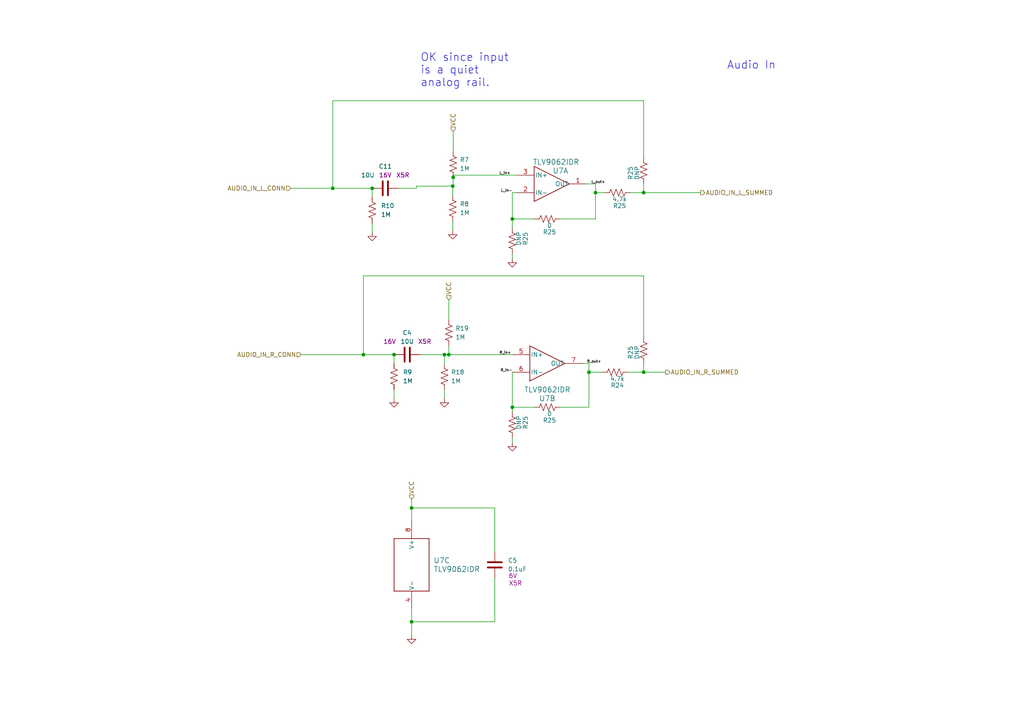
<source format=kicad_sch>
(kicad_sch (version 20230121) (generator eeschema)
  (paper "A4")
  (lib_symbols
    (symbol "2023-10-05_02-35-21:TLV9062IDR" (pin_names (offset 0.254))
      (property "Reference" "U" (at 0 2.54 0))
      (property "Value" "TLV9062IDR" (at 0 0 0))
      (symbol "TLV9062IDR_1_1"
        (polyline (pts (xy -5.08 -5.08) (xy 5.08 0)) (stroke (width 0.2032)))
        (polyline (pts (xy -5.08 5.08) (xy -5.08 -5.08)) (stroke (width 0.2032)))
        (polyline (pts (xy -5.08 5.08) (xy 5.08 0)) (stroke (width 0.2032)))
        (pin output line (at 10.16 0 180) (length 5.08) (name "OUT") (number "1"))
        (pin input line (at -10.16 2.54 0) (length 5.08) (name "IN-") (number "2"))
        (pin input line (at -10.16 -2.54 0) (length 5.08) (name "IN+") (number "3"))
      )
      (symbol "TLV9062IDR_2_1"
        (polyline (pts (xy -5.08 -5.08) (xy 5.08 0)) (stroke (width 0.2032)))
        (polyline (pts (xy -5.08 5.08) (xy -5.08 -5.08)) (stroke (width 0.2032)))
        (polyline (pts (xy -5.08 5.08) (xy 5.08 0)) (stroke (width 0.2032)))
        (polyline (pts (xy -4.064 -2.54) (xy -2.54 -2.54)) (stroke (width 0.2032)))
        (polyline (pts (xy -4.064 2.54) (xy -2.54 2.54)) (stroke (width 0.2032)))
        (polyline (pts (xy -3.302 -1.778) (xy -3.302 -3.302)) (stroke (width 0.2032)))
        (pin input line (at -10.16 -2.54 0) (length 5.08) (name "IN+") (number "5"))
        (pin input line (at -10.16 2.54 0) (length 5.08) (name "IN-") (number "6"))
        (pin output line (at 10.16 0 180) (length 5.08) (name "OUT") (number "7"))
      )
      (symbol "TLV9062IDR_3_1"
        (polyline (pts (xy -7.62 -5.08) (xy 7.62 -5.08)) (stroke (width 0.2032)))
        (polyline (pts (xy -7.62 5.08) (xy -7.62 -5.08)) (stroke (width 0.2032)))
        (polyline (pts (xy 7.62 -5.08) (xy 7.62 5.08)) (stroke (width 0.2032)))
        (polyline (pts (xy 7.62 5.08) (xy -7.62 5.08)) (stroke (width 0.2032)))
        (pin power_in line (at 12.7 0 180) (length 5.08) (name "V-") (number "4"))
        (pin power_in line (at -12.7 0 0) (length 5.08) (name "V+") (number "8"))
      )
    )
    (symbol "Device:C" (pin_numbers hide) (pin_names (offset 0.254))
      (property "Reference" "C" (at 0.635 2.54 0))
      (property "Value" "C" (at 0.635 -2.54 0))
      (symbol "C_0_1"
        (polyline (pts (xy -2.032 -0.762) (xy 2.032 -0.762)) (stroke (width 0.508)))
        (polyline (pts (xy -2.032 0.762) (xy 2.032 0.762)) (stroke (width 0.508)))
      )
      (symbol "C_1_1"
        (pin passive line (at 0 3.81 270) (length 2.794) (name "~") (number "1"))
        (pin passive line (at 0 -3.81 90) (length 2.794) (name "~") (number "2"))
      )
    )
    (symbol "Device:R_US" (pin_numbers hide) (pin_names (offset 0))
      (property "Reference" "R" (at 2.54 0 90))
      (property "Value" "R_US" (at -2.54 0 90))
      (symbol "R_US_0_1"
        (polyline (pts (xy 0 -2.286) (xy 0 -2.54)))
        (polyline (pts (xy 0 2.286) (xy 0 2.54)))
        (polyline (pts (xy 0 -0.762) (xy 1.016 -1.143) (xy 0 -1.524) (xy -1.016 -1.905) (xy 0 -2.286)))
        (polyline (pts (xy 0 0.762) (xy 1.016 0.381) (xy 0 0) (xy -1.016 -0.381) (xy 0 -0.762)))
        (polyline (pts (xy 0 2.286) (xy 1.016 1.905) (xy 0 1.524) (xy -1.016 1.143) (xy 0 0.762)))
      )
      (symbol "R_US_1_1"
        (pin passive line (at 0 3.81 270) (length 1.27) (name "~") (number "1"))
        (pin passive line (at 0 -3.81 90) (length 1.27) (name "~") (number "2"))
      )
    )
    (symbol "TLV9062IDR_1" (pin_names (offset 0.254))
      (property "Reference" "U" (at 0 2.54 0))
      (property "Value" "TLV9062IDR" (at 0 0 0))
      (symbol "TLV9062IDR_1_1_1"
        (polyline (pts (xy -5.08 -5.08) (xy 5.08 0)) (stroke (width 0.2032)))
        (polyline (pts (xy -5.08 5.08) (xy -5.08 -5.08)) (stroke (width 0.2032)))
        (polyline (pts (xy -5.08 5.08) (xy 5.08 0)) (stroke (width 0.2032)))
        (pin output line (at 10.16 0 180) (length 5.08) (name "OUT") (number "1"))
        (pin input line (at -10.16 2.54 0) (length 5.08) (name "IN-") (number "2"))
        (pin input line (at -10.16 -2.54 0) (length 5.08) (name "IN+") (number "3"))
      )
      (symbol "TLV9062IDR_1_2_1"
        (polyline (pts (xy -5.08 -5.08) (xy 5.08 0)) (stroke (width 0.2032)))
        (polyline (pts (xy -5.08 5.08) (xy -5.08 -5.08)) (stroke (width 0.2032)))
        (polyline (pts (xy -5.08 5.08) (xy 5.08 0)) (stroke (width 0.2032)))
        (pin input line (at -10.16 -2.54 0) (length 5.08) (name "IN+") (number "5"))
        (pin input line (at -10.16 2.54 0) (length 5.08) (name "IN-") (number "6"))
        (pin output line (at 10.16 0 180) (length 5.08) (name "OUT") (number "7"))
      )
      (symbol "TLV9062IDR_1_3_1"
        (polyline (pts (xy -7.62 -5.08) (xy 7.62 -5.08)) (stroke (width 0.2032)))
        (polyline (pts (xy -7.62 5.08) (xy -7.62 -5.08)) (stroke (width 0.2032)))
        (polyline (pts (xy 7.62 -5.08) (xy 7.62 5.08)) (stroke (width 0.2032)))
        (polyline (pts (xy 7.62 5.08) (xy -7.62 5.08)) (stroke (width 0.2032)))
        (pin power_in line (at 12.7 0 180) (length 5.08) (name "V-") (number "4"))
        (pin power_in line (at -12.7 0 0) (length 5.08) (name "V+") (number "8"))
      )
    )
    (symbol "power:GND" (power) (pin_names (offset 0))
      (property "Value" "GND" (at 0 -3.81 0))
      (symbol "GND_0_1"
        (polyline (pts (xy 0 0) (xy 0 -1.27) (xy 1.27 -1.27) (xy 0 -2.54) (xy -1.27 -1.27) (xy 0 -1.27)))
      )
      (symbol "GND_1_1"
        (pin power_in line (at 0 0 270) (length 0) hide (name "GND") (number "1"))
      )
    )
  )
  (junction (at 119.38 180.34))
  (junction (at 170.815 107.95))
  (junction (at 105.41 102.87))
  (junction (at 131.318 53.975))
  (junction (at 186.69 55.88))
  (junction (at 130.175 102.87))
  (junction (at 114.3 102.87))
  (junction (at 172.72 55.88))
  (junction (at 128.905 102.87))
  (junction (at 107.95 54.61))
  (junction (at 96.52 54.61))
  (junction (at 131.445 51.435))
  (junction (at 186.69 107.95))
  (junction (at 119.38 147.32))
  (junction (at 148.59 118.11))
  (junction (at 148.59 63.5))
  (wire (pts (xy 148.59 55.88) (xy 148.59 63.5)))
  (wire (pts (xy 120.777 53.975) (xy 131.318 53.975)))
  (wire (pts (xy 172.72 55.88) (xy 172.72 63.5)))
  (wire (pts (xy 148.59 55.88) (xy 149.86 55.88)))
  (wire (pts (xy 182.88 55.88) (xy 186.69 55.88)))
  (wire (pts (xy 170.815 107.95) (xy 174.625 107.95)))
  (wire (pts (xy 148.59 74.93) (xy 148.59 73.66)))
  (wire (pts (xy 131.318 53.975) (xy 131.318 56.642)))
  (wire (pts (xy 120.777 54.61) (xy 120.777 53.975)))
  (wire (pts (xy 96.52 29.21) (xy 96.52 54.61)))
  (wire (pts (xy 131.445 50.8) (xy 131.445 51.435)))
  (wire (pts (xy 128.905 102.87) (xy 130.175 102.87)))
  (wire (pts (xy 114.3 115.57) (xy 114.3 113.03)))
  (wire (pts (xy 148.59 118.11) (xy 154.94 118.11)))
  (wire (pts (xy 154.94 63.5) (xy 148.59 63.5)))
  (wire (pts (xy 148.59 118.11) (xy 148.59 107.95)))
  (wire (pts (xy 182.245 107.95) (xy 186.69 107.95)))
  (wire (pts (xy 131.445 50.8) (xy 149.86 50.8)))
  (wire (pts (xy 170.815 107.95) (xy 170.815 118.11)))
  (wire (pts (xy 186.69 80.01) (xy 105.41 80.01)))
  (wire (pts (xy 119.38 180.34) (xy 143.51 180.34)))
  (wire (pts (xy 119.38 180.34) (xy 119.38 176.53)))
  (wire (pts (xy 131.445 38.1) (xy 131.445 43.815)))
  (wire (pts (xy 170.815 118.11) (xy 162.56 118.11)))
  (wire (pts (xy 172.72 55.88) (xy 175.26 55.88)))
  (wire (pts (xy 186.69 97.79) (xy 186.69 80.01)))
  (wire (pts (xy 115.57 54.61) (xy 120.777 54.61)))
  (wire (pts (xy 148.59 63.5) (xy 148.59 66.04)))
  (wire (pts (xy 143.51 180.34) (xy 143.51 167.64)))
  (wire (pts (xy 128.905 102.87) (xy 128.905 105.41)))
  (wire (pts (xy 130.175 102.87) (xy 148.59 102.87)))
  (wire (pts (xy 172.72 63.5) (xy 162.56 63.5)))
  (wire (pts (xy 96.52 54.61) (xy 107.95 54.61)))
  (wire (pts (xy 148.59 128.27) (xy 148.59 127)))
  (wire (pts (xy 186.69 107.95) (xy 193.04 107.95)))
  (wire (pts (xy 121.92 102.87) (xy 128.905 102.87)))
  (wire (pts (xy 170.815 105.41) (xy 170.815 107.95)))
  (wire (pts (xy 186.69 105.41) (xy 186.69 107.95)))
  (wire (pts (xy 119.38 184.15) (xy 119.38 180.34)))
  (wire (pts (xy 172.72 53.34) (xy 172.72 55.88)))
  (wire (pts (xy 114.3 102.87) (xy 114.3 105.41)))
  (wire (pts (xy 119.38 147.32) (xy 143.51 147.32)))
  (wire (pts (xy 87.376 102.87) (xy 105.41 102.87)))
  (wire (pts (xy 130.175 86.995) (xy 130.175 92.71)))
  (wire (pts (xy 186.69 55.88) (xy 203.2 55.88)))
  (wire (pts (xy 172.72 53.34) (xy 170.18 53.34)))
  (wire (pts (xy 119.38 147.32) (xy 119.38 151.13)))
  (wire (pts (xy 105.41 102.87) (xy 114.3 102.87)))
  (wire (pts (xy 131.318 66.802) (xy 131.318 64.262)))
  (wire (pts (xy 186.69 29.21) (xy 96.52 29.21)))
  (wire (pts (xy 143.51 147.32) (xy 143.51 160.02)))
  (wire (pts (xy 186.69 53.34) (xy 186.69 55.88)))
  (wire (pts (xy 107.95 54.61) (xy 107.95 57.15)))
  (wire (pts (xy 131.445 51.435) (xy 131.445 53.975)))
  (wire (pts (xy 170.815 105.41) (xy 168.91 105.41)))
  (wire (pts (xy 148.59 118.11) (xy 148.59 119.38)))
  (wire (pts (xy 130.175 100.33) (xy 130.175 102.87)))
  (wire (pts (xy 119.38 144.78) (xy 119.38 147.32)))
  (wire (pts (xy 107.95 67.31) (xy 107.95 64.77)))
  (wire (pts (xy 186.69 45.72) (xy 186.69 29.21)))
  (wire (pts (xy 131.318 53.975) (xy 131.445 53.975)))
  (wire (pts (xy 84.328 54.61) (xy 96.52 54.61)))
  (wire (pts (xy 128.905 115.57) (xy 128.905 113.03)))
  (wire (pts (xy 105.41 80.01) (xy 105.41 102.87)))
  (text "Audio In" (at 210.82 20.32 0) (effects (font (size 2.27 2.27)) (justify left bottom)))
  (text "OK since input\nis a quiet\nanalog rail." (at 121.92 25.4 0) (effects (font (size 2.27 2.27)) (justify left bottom)))
  (label "L_out+" (at 171.45 53.34 0) (effects (font (size 0.75 0.75))))
  (label "L_in-" (at 148.59 55.88 180) (effects (font (size 0.75 0.75))))
  (label "R_in-" (at 148.59 107.95 180) (effects (font (size 0.75 0.75))))
  (label "L_in+" (at 144.78 50.8 0) (effects (font (size 0.75 0.75))))
  (label "R_out+" (at 170.18 105.41 0) (effects (font (size 0.75 0.75))))
  (label "R_in+" (at 144.78 102.87 0) (effects (font (size 0.75 0.75))))
  (hierarchical_label "AUDIO_IN_L_SUMMED" (shape output) (at 203.2 55.88 0))
  (hierarchical_label "AUDIO_IN_R_CONN" (shape input) (at 87.376 102.87 180))
  (hierarchical_label "AUDIO_IN_L_CONN" (shape input) (at 84.328 54.61 180))
  (hierarchical_label "VCC" (shape input) (at 130.175 86.995 90))
  (hierarchical_label "VCC" (shape input) (at 131.445 38.1 90))
  (hierarchical_label "AUDIO_IN_R_SUMMED" (shape output) (at 193.04 107.95 0))
  (hierarchical_label "VCC" (shape input) (at 119.38 144.78 90))
  (symbol (lib_id "Device:R_US") (at 107.95 60.96 0) (unit 1)
    (property "Reference" "R10" (at 110.49 59.69 0) (effects (justify left)))
    (property "Value" "1M" (at 110.49 62.23 0) (effects (justify left)))
    (property "Footprint" "Resistor_SMD:R_0603_1608Metric" (effects hide))
    (instances (project "DaisySeedBreakout" (path "" (reference "R10") (unit 1)) (path "" (reference "R21") (unit 1))))
  )
  (symbol (lib_id "Device:C") (at 143.51 163.83 0) (unit 1)
    (property "Reference" "C5" (at 147.32 162.56 0) (effects (justify left)))
    (property "Value" "0.1uF" (at 147.32 165.1 0) (effects (justify left)))
    (property "Footprint" "Capacitor_SMD:C_0603_1608Metric" (effects hide))
    (property "Voltage" "6V" (at 148.7594 166.9868 0))
    (property "Type" "X5R" (at 149.501 169.1479 0))
    (instances (project "DaisySeedBreakout" (path "" (reference "C5") (unit 1)) (path "" (reference "C14") (unit 1))))
  )
  (symbol (lib_id "Device:R_US") (at 178.435 107.95 270) (unit 1)
    (property "Reference" "R24" (at 179.07 111.76 90))
    (property "Value" "4.7k" (at 179.07 109.855 90))
    (property "Footprint" "Resistor_SMD:R_0603_1608Metric" (effects hide))
    (property "Specks" "0402" (effects hide))
    (instances (project "DaisySeedBreakout" (path "" (reference "R24") (unit 1)) (path "" (reference "R32") (unit 1))))
  )
  (symbol (lib_id "Device:R_US") (at 158.75 63.5 270) (unit 1)
    (property "Reference" "R25" (at 159.385 67.31 90))
    (property "Value" "0" (at 159.385 65.405 90))
    (property "Footprint" "Resistor_SMD:R_0603_1608Metric" (effects hide))
    (property "Specks" "0402" (effects hide))
    (instances (project "DaisySeedBreakout" (path "" (reference "R25") (unit 1)) (path "" (reference "R56") (unit 1))))
  )
  (symbol (lib_id "power:GND") (at 119.38 184.15 0) (unit 1)
    (property "Reference" "#PWR012" (effects hide))
    (property "Value" "GND" (effects hide))
    (instances (project "DaisySeedBreakout" (path "" (reference "#PWR012") (unit 1)) (path "" (reference "#PWR028") (unit 1))))
  )
  (symbol (lib_id "Device:R_US") (at 128.905 109.22 0) (unit 1)
    (property "Reference" "R18" (at 130.81 107.95 0) (effects (justify left)))
    (property "Value" "1M" (at 130.81 110.49 0) (effects (justify left)))
    (property "Footprint" "Resistor_SMD:R_0603_1608Metric" (effects hide))
    (instances (project "DaisySeedBreakout" (path "" (reference "R18") (unit 1)) (path "" (reference "R22") (unit 1))))
  )
  (symbol (lib_id "Device:R_US") (at 130.175 96.52 0) (unit 1)
    (property "Reference" "R19" (at 132.08 95.25 0) (effects (justify left)))
    (property "Value" "1M" (at 132.08 97.79 0) (effects (justify left)))
    (property "Footprint" "Resistor_SMD:R_0603_1608Metric" (effects hide))
    (instances (project "DaisySeedBreakout" (path "" (reference "R19") (unit 1)) (path "" (reference "R30") (unit 1))))
  )
  (symbol (lib_id "power:GND") (at 131.318 66.802 0) (unit 1)
    (property "Reference" "#PWR09" (effects hide))
    (property "Value" "GND" (effects hide))
    (instances (project "DaisySeedBreakout" (path "" (reference "#PWR09") (unit 1)) (path "" (reference "#PWR027") (unit 1))))
  )
  (symbol (lib_id "2023-10-05_02-35-21:TLV9062IDR") (at 160.02 53.34 0) (mirror x) (unit 1)
    (property "Reference" "U7" (at 162.56 49.53 0) (effects (font (size 1.524 1.524))))
    (property "Value" "TLV9062IDR" (at 161.29 46.99 0) (effects (font (size 1.524 1.524))))
    (property "Footprint" "D0008A_N" (effects hide))
    (property "Datasheet" "TLV9062IDR" (effects hide))
    (property "MnfNumber" "TLV9062IDR" (effects hide))
  )
  (symbol (lib_id "Device:R_US") (at 114.3 109.22 0) (unit 1)
    (property "Reference" "R9" (at 116.84 107.95 0) (effects (justify left)))
    (property "Value" "1M" (at 116.84 110.49 0) (effects (justify left)))
    (property "Footprint" "Resistor_SMD:R_0603_1608Metric" (effects hide))
    (instances (project "DaisySeedBreakout" (path "" (reference "R9") (unit 1)) (path "" (reference "R5") (unit 1))))
  )
  (symbol (lib_id "Device:R_US") (at 131.445 47.625 0) (unit 1)
    (property "Reference" "R7" (at 133.35 46.355 0) (effects (justify left)))
    (property "Value" "1M" (at 133.35 48.895 0) (effects (justify left)))
    (property "Footprint" "Resistor_SMD:R_0603_1608Metric" (effects hide))
    (instances (project "DaisySeedBreakout" (path "" (reference "R7") (unit 1)) (path "" (reference "R31") (unit 1))))
  )
  (symbol (lib_id "power:GND") (at 107.95 67.31 0) (unit 1)
    (property "Reference" "#PWR08" (effects hide))
    (property "Value" "GND" (effects hide))
    (instances (project "DaisySeedBreakout" (path "" (reference "#PWR08") (unit 1)) (path "" (reference "#PWR025") (unit 1))))
  )
  (symbol (lib_id "Device:R_US") (at 186.69 49.53 180) (unit 1)
    (property "Reference" "R25" (at 182.88 50.165 90))
    (property "Value" "DNP" (at 184.785 50.165 90))
    (property "Footprint" "Resistor_SMD:R_0603_1608Metric" (effects hide))
    (property "Specks" "0402" (effects hide))
    (instances (project "DaisySeedBreakout" (path "" (reference "R25") (unit 1)) (path "" (reference "R26") (unit 1))))
  )
  (symbol (lib_id "Device:C") (at 111.76 54.61 90) (unit 1)
    (property "Reference" "C11" (at 111.76 48.26 90))
    (property "Value" "10U" (at 106.68 50.8 90))
    (property "Footprint" "Capacitor_SMD:C_0805_2012Metric" (effects hide))
    (property "Voltage" "16V" (at 111.76 50.8 90))
    (property "Type" "X5R" (at 116.84 50.8 90))
    (instances (project "DaisySeedBreakout" (path "" (reference "C11") (unit 1)) (path "" (reference "C13") (unit 1))))
  )
  (symbol (lib_id "power:GND") (at 128.905 115.57 0) (unit 1)
    (property "Reference" "#PWR011" (effects hide))
    (property "Value" "GND" (effects hide))
    (instances (project "DaisySeedBreakout" (path "" (reference "#PWR011") (unit 1)) (path "" (reference "#PWR026") (unit 1))))
  )
  (symbol (lib_id "Device:R_US") (at 158.75 118.11 270) (unit 1)
    (property "Reference" "R25" (at 159.385 121.92 90))
    (property "Value" "0" (at 159.385 120.015 90))
    (property "Footprint" "Resistor_SMD:R_0603_1608Metric" (effects hide))
    (property "Specks" "0402" (effects hide))
    (instances (project "DaisySeedBreakout" (path "" (reference "R25") (unit 1)) (path "" (reference "R59") (unit 1))))
  )
  (symbol (lib_id "Device:C") (at 118.11 102.87 90) (unit 1)
    (property "Reference" "C4" (at 118.11 96.52 90))
    (property "Value" "10U" (at 118.11 99.06 90))
    (property "Footprint" "Capacitor_SMD:C_0805_2012Metric" (effects hide))
    (property "Voltage" "16V" (at 113.03 99.06 90))
    (property "Type" "X5R" (at 123.19 99.06 90))
    (instances (project "DaisySeedBreakout" (path "" (reference "C4") (unit 1)) (path "" (reference "C12") (unit 1))))
  )
  (symbol (lib_id "Device:R_US") (at 186.69 101.6 180) (unit 1)
    (property "Reference" "R25" (at 182.88 102.235 90))
    (property "Value" "DNP" (at 184.785 102.235 90))
    (property "Footprint" "Resistor_SMD:R_0603_1608Metric" (effects hide))
    (property "Specks" "0402" (effects hide))
    (instances (project "DaisySeedBreakout" (path "" (reference "R25") (unit 1)) (path "" (reference "R27") (unit 1))))
  )
  (symbol (lib_id "power:GND") (at 114.3 115.57 0) (unit 1)
    (property "Reference" "#PWR010" (effects hide))
    (property "Value" "GND" (effects hide))
    (instances (project "DaisySeedBreakout" (path "" (reference "#PWR010") (unit 1)) (path "" (reference "#PWR02") (unit 1))))
  )
  (symbol (lib_name "TLV9062IDR_1") (lib_id "2023-10-05_02-35-21:TLV9062IDR") (at 158.75 105.41 0) (mirror x) (unit 2)
    (property "Reference" "U7" (at 158.75 115.57 0) (effects (font (size 1.524 1.524))))
    (property "Value" "TLV9062IDR" (at 158.75 113.03 0) (effects (font (size 1.524 1.524))))
    (property "Footprint" "D0008A_N" (effects hide))
    (property "Datasheet" "TLV9062IDR" (effects hide))
    (property "MnfNumber" "TLV9062IDR" (effects hide))
  )
  (symbol (lib_id "power:GND") (at 148.59 128.27 0) (unit 1)
    (property "Reference" "#PWR011" (effects hide))
    (property "Value" "GND" (effects hide))
    (instances (project "DaisySeedBreakout" (path "" (reference "#PWR011") (unit 1)) (path "" (reference "#PWR0157") (unit 1))))
  )
  (symbol (lib_id "Device:R_US") (at 179.07 55.88 270) (unit 1)
    (property "Reference" "R25" (at 179.705 59.69 90))
    (property "Value" "4.7k" (at 179.705 57.785 90))
    (property "Footprint" "Resistor_SMD:R_0603_1608Metric" (effects hide))
    (property "Specks" "0402" (effects hide))
    (instances (project "DaisySeedBreakout" (path "" (reference "R25") (unit 1)) (path "" (reference "R33") (unit 1))))
  )
  (symbol (lib_id "Device:R_US") (at 148.59 69.85 0) (unit 1)
    (property "Reference" "R25" (at 152.4 69.215 90))
    (property "Value" "DNP" (at 150.495 69.215 90))
    (property "Footprint" "Resistor_SMD:R_0603_1608Metric" (effects hide))
    (property "Specks" "0402" (effects hide))
    (instances (project "DaisySeedBreakout" (path "" (reference "R25") (unit 1)) (path "" (reference "R61") (unit 1))))
  )
  (symbol (lib_id "power:GND") (at 148.59 74.93 0) (unit 1)
    (property "Reference" "#PWR011" (effects hide))
    (property "Value" "GND" (effects hide))
    (instances (project "DaisySeedBreakout" (path "" (reference "#PWR011") (unit 1)) (path "" (reference "#PWR0158") (unit 1))))
  )
  (symbol (lib_id "Device:R_US") (at 148.59 123.19 0) (unit 1)
    (property "Reference" "R25" (at 152.4 122.555 90))
    (property "Value" "DNP" (at 150.495 122.555 90))
    (property "Footprint" "Resistor_SMD:R_0603_1608Metric" (effects hide))
    (property "Specks" "0402" (effects hide))
    (instances (project "DaisySeedBreakout" (path "" (reference "R25") (unit 1)) (path "" (reference "R60") (unit 1))))
  )
  (symbol (lib_id "2023-10-05_02-35-21:TLV9062IDR") (at 119.38 163.83 270) (unit 3)
    (property "Reference" "U7" (at 125.73 162.56 90) (effects (font (size 1.524 1.524)) (justify left)))
    (property "Value" "TLV9062IDR" (at 125.73 165.1 90) (effects (font (size 1.524 1.524)) (justify left)))
    (property "Footprint" "D0008A_N" (effects hide))
    (property "Datasheet" "TLV9062IDR" (effects hide))
    (property "MnfNumber" "TLV9062IDR" (effects hide))
  )
  (symbol (lib_id "Device:R_US") (at 131.318 60.452 0) (unit 1)
    (property "Reference" "R8" (at 133.35 59.182 0) (effects (justify left)))
    (property "Value" "1M" (at 133.35 61.722 0) (effects (justify left)))
    (property "Footprint" "Resistor_SMD:R_0603_1608Metric" (effects hide))
    (instances (project "DaisySeedBreakout" (path "" (reference "R8") (unit 1)) (path "" (reference "R23") (unit 1))))
  )
)
</source>
